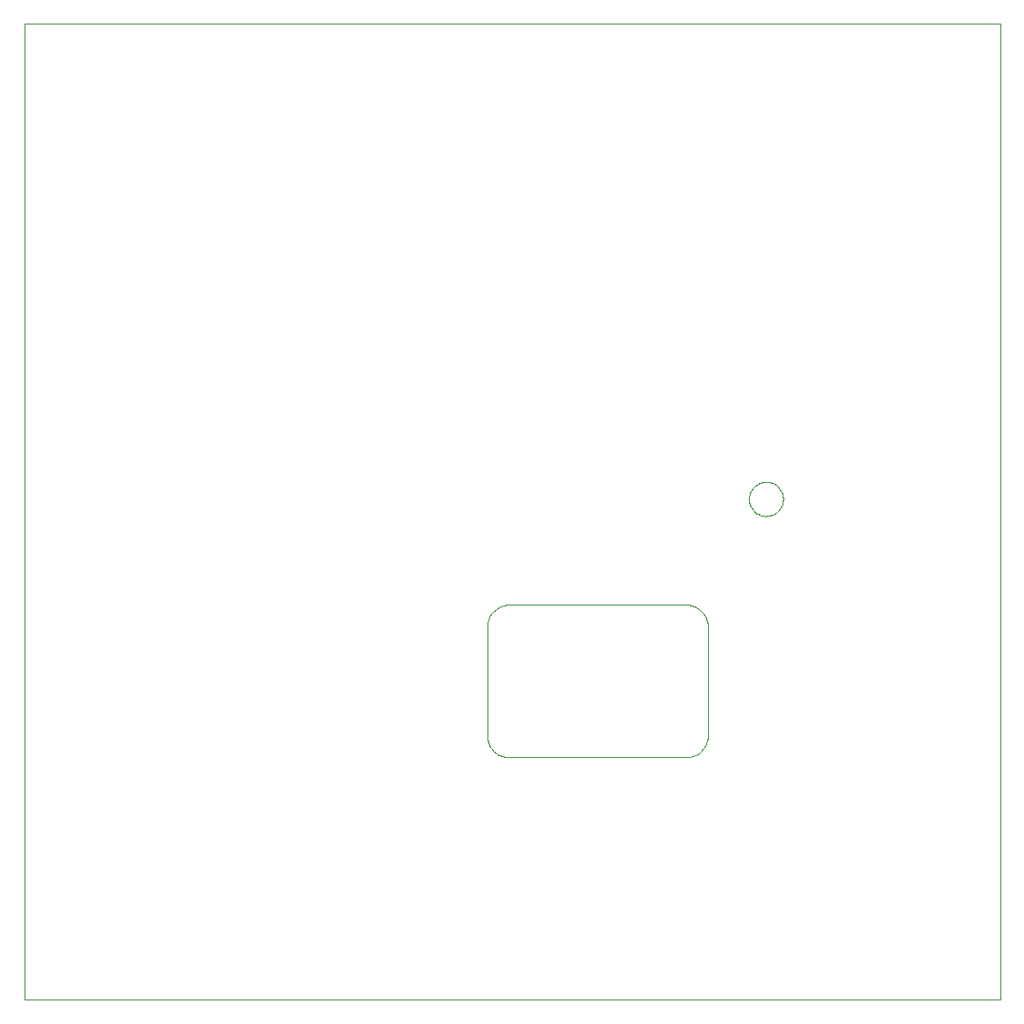
<source format=gbo>
G75*
G70*
%OFA0B0*%
%FSLAX24Y24*%
%IPPOS*%
%LPD*%
%AMOC8*
5,1,8,0,0,1.08239X$1,22.5*
%
%ADD10C,0.0000*%
D10*
X001930Y001930D02*
X001930Y037757D01*
X037757Y037757D01*
X037757Y001930D01*
X001930Y001930D01*
X018927Y011627D02*
X018927Y015627D01*
X018929Y015682D01*
X018934Y015736D01*
X018944Y015790D01*
X018957Y015843D01*
X018973Y015895D01*
X018993Y015946D01*
X019017Y015995D01*
X019043Y016043D01*
X019073Y016088D01*
X019106Y016132D01*
X019142Y016173D01*
X019181Y016212D01*
X019222Y016248D01*
X019266Y016281D01*
X019311Y016311D01*
X019359Y016337D01*
X019408Y016361D01*
X019459Y016381D01*
X019511Y016397D01*
X019564Y016410D01*
X019618Y016420D01*
X019672Y016425D01*
X019727Y016427D01*
X026227Y016427D01*
X026282Y016425D01*
X026336Y016420D01*
X026390Y016410D01*
X026443Y016397D01*
X026495Y016381D01*
X026546Y016361D01*
X026595Y016337D01*
X026643Y016311D01*
X026688Y016281D01*
X026732Y016248D01*
X026773Y016212D01*
X026812Y016173D01*
X026848Y016132D01*
X026881Y016088D01*
X026911Y016043D01*
X026937Y015995D01*
X026961Y015946D01*
X026981Y015895D01*
X026997Y015843D01*
X027010Y015790D01*
X027020Y015736D01*
X027025Y015682D01*
X027027Y015627D01*
X027027Y011627D01*
X027025Y011572D01*
X027020Y011518D01*
X027010Y011464D01*
X026997Y011411D01*
X026981Y011359D01*
X026961Y011308D01*
X026937Y011259D01*
X026911Y011211D01*
X026881Y011166D01*
X026848Y011122D01*
X026812Y011081D01*
X026773Y011042D01*
X026732Y011006D01*
X026688Y010973D01*
X026643Y010943D01*
X026595Y010917D01*
X026546Y010893D01*
X026495Y010873D01*
X026443Y010857D01*
X026390Y010844D01*
X026336Y010834D01*
X026282Y010829D01*
X026227Y010827D01*
X019727Y010827D01*
X019672Y010829D01*
X019618Y010834D01*
X019564Y010844D01*
X019511Y010857D01*
X019459Y010873D01*
X019408Y010893D01*
X019359Y010917D01*
X019311Y010943D01*
X019266Y010973D01*
X019222Y011006D01*
X019181Y011042D01*
X019142Y011081D01*
X019106Y011122D01*
X019073Y011166D01*
X019043Y011211D01*
X019017Y011259D01*
X018993Y011308D01*
X018973Y011359D01*
X018957Y011411D01*
X018944Y011464D01*
X018934Y011518D01*
X018929Y011572D01*
X018927Y011627D01*
X028528Y020314D02*
X028531Y020371D01*
X028538Y020428D01*
X028551Y020484D01*
X028569Y020538D01*
X028592Y020591D01*
X028620Y020641D01*
X028652Y020689D01*
X028688Y020733D01*
X028728Y020774D01*
X028772Y020812D01*
X028818Y020845D01*
X028868Y020873D01*
X028920Y020897D01*
X028974Y020917D01*
X029030Y020931D01*
X029086Y020940D01*
X029144Y020944D01*
X029201Y020943D01*
X029258Y020936D01*
X029314Y020924D01*
X029369Y020908D01*
X029422Y020886D01*
X029473Y020860D01*
X029521Y020829D01*
X029567Y020794D01*
X029609Y020754D01*
X029647Y020712D01*
X029681Y020665D01*
X029711Y020616D01*
X029736Y020565D01*
X029756Y020511D01*
X029772Y020456D01*
X029782Y020400D01*
X029787Y020343D01*
X029787Y020285D01*
X029782Y020228D01*
X029772Y020172D01*
X029756Y020117D01*
X029736Y020063D01*
X029711Y020012D01*
X029681Y019963D01*
X029647Y019916D01*
X029609Y019874D01*
X029567Y019834D01*
X029521Y019799D01*
X029473Y019768D01*
X029422Y019742D01*
X029369Y019720D01*
X029314Y019704D01*
X029258Y019692D01*
X029201Y019685D01*
X029144Y019684D01*
X029086Y019688D01*
X029030Y019697D01*
X028974Y019711D01*
X028920Y019731D01*
X028868Y019755D01*
X028818Y019783D01*
X028772Y019816D01*
X028728Y019854D01*
X028688Y019895D01*
X028652Y019939D01*
X028620Y019987D01*
X028592Y020037D01*
X028569Y020090D01*
X028551Y020144D01*
X028538Y020200D01*
X028531Y020257D01*
X028528Y020314D01*
M02*

</source>
